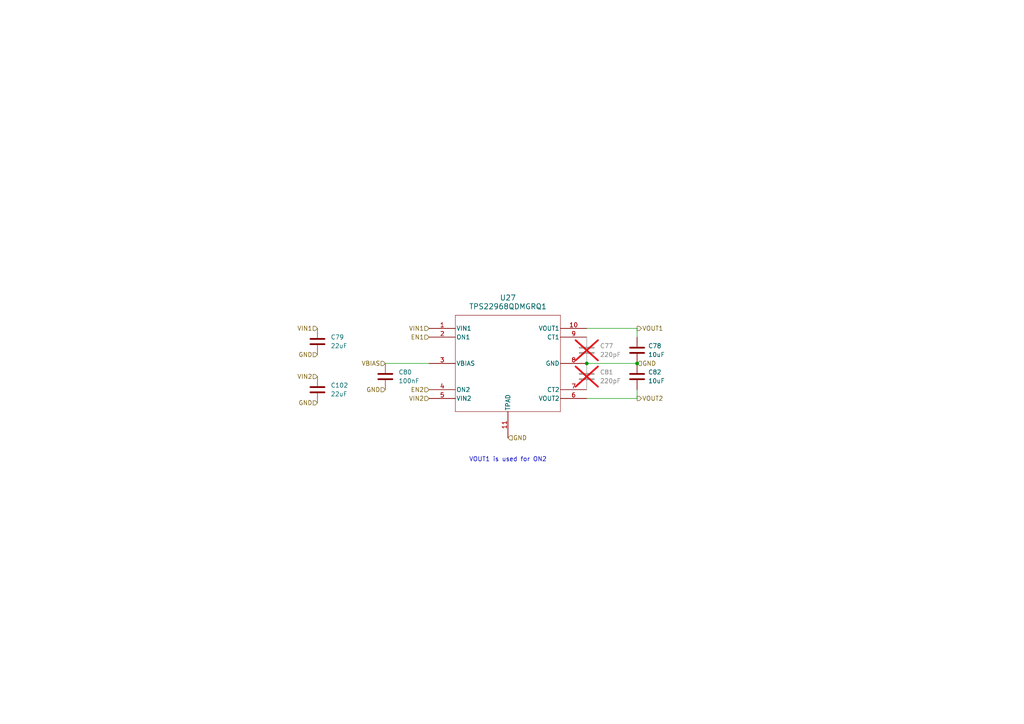
<source format=kicad_sch>
(kicad_sch (version 20250114) (generator "eeschema") (generator_version "9.0")
  (paper "A4")
  (lib_symbols
    (symbol "Common:TPS22968QDMGRQ1" (pin_names (offset 0.254))
      (property "Reference" "U" (at 15.24 33.02 0))
      (property "Value" "TPS22968QDMGRQ1" (at 15.24 30.48 0))
      (symbol "TPS22968QDMGRQ1_0_1"
        (polyline (pts (xy 0 27.94) (xy 0 0)) (stroke (width 0.127)))
        (polyline (pts (xy 0 0) (xy 30.48 0)) (stroke (width 0.127)))
        (polyline (pts (xy 30.48 27.94) (xy 0 27.94)) (stroke (width 0.127)))
        (polyline (pts (xy 30.48 0) (xy 30.48 27.94)) (stroke (width 0.127)))
      )
      (symbol "TPS22968QDMGRQ1_1_1"
        (pin power_in line (at -7.62 24.13 0) (length 7.62) (name "VIN1") (number "1"))
        (pin input line (at -7.62 21.59 0) (length 7.62) (name "ON1") (number "2"))
        (pin power_in line (at -7.62 13.97 0) (length 7.62) (name "VBIAS") (number "3"))
        (pin input line (at -7.62 6.35 0) (length 7.62) (name "ON2") (number "4"))
        (pin power_in line (at -7.62 3.81 0) (length 7.62) (name "VIN2") (number "5"))
        (pin power_in line (at 15.24 -7.62 90) (length 7.62) (name "TPAD") (number "11"))
        (pin power_out line (at 38.1 24.13 180) (length 7.62) (name "VOUT1") (number "10"))
        (pin output line (at 38.1 21.59 180) (length 7.62) (name "CT1") (number "9"))
        (pin power_in line (at 38.1 13.97 180) (length 7.62) (name "GND") (number "8"))
        (pin output line (at 38.1 6.35 180) (length 7.62) (name "CT2") (number "7"))
        (pin power_out line (at 38.1 3.81 180) (length 7.62) (name "VOUT2") (number "6"))
      )
    )
    (symbol "Device:C" (pin_numbers (hide yes)) (pin_names (offset 0.254))
      (property "Reference" "C" (at 0.635 2.54 0))
      (property "Value" "C" (at 0.635 -2.54 0))
      (symbol "C_0_1"
        (polyline (pts (xy -2.032 0.762) (xy 2.032 0.762)) (stroke (width 0.508)))
        (polyline (pts (xy -2.032 -0.762) (xy 2.032 -0.762)) (stroke (width 0.508)))
      )
      (symbol "C_1_1"
        (pin passive line (at 0 3.81 270) (length 2.794) (name "~") (number "1"))
        (pin passive line (at 0 -3.81 90) (length 2.794) (name "~") (number "2"))
      )
    )
  )
  (text "VOUT1 is used for ON2" (at 147.32 133.35 0) (effects (font (size 1.27 1.27))))
  (junction (at 184.785 105.41))
  (junction (at 170.18 105.41))
  (wire (pts (xy 170.18 95.25) (xy 184.785 95.25)))
  (wire (pts (xy 170.18 115.57) (xy 184.785 115.57)))
  (wire (pts (xy 184.785 115.57) (xy 184.785 113.03)))
  (wire (pts (xy 111.76 105.41) (xy 124.46 105.41)))
  (wire (pts (xy 170.18 105.41) (xy 184.785 105.41)))
  (wire (pts (xy 184.785 95.25) (xy 184.785 97.79)))
  (hierarchical_label "EN1" (shape input) (at 124.46 97.79 180))
  (hierarchical_label "EN2" (shape input) (at 124.46 113.03 180))
  (hierarchical_label "GND" (shape input) (at 111.76 113.03 180))
  (hierarchical_label "GND" (shape input) (at 92.075 102.87 180))
  (hierarchical_label "VIN2" (shape input) (at 92.075 109.22 180))
  (hierarchical_label "GND" (shape input) (at 147.32 127 0))
  (hierarchical_label "GND" (shape input) (at 184.785 105.41 0))
  (hierarchical_label "VOUT2" (shape output) (at 184.785 115.57 0))
  (hierarchical_label "VOUT1" (shape output) (at 184.785 95.25 0))
  (hierarchical_label "VBIAS" (shape input) (at 111.76 105.41 180))
  (hierarchical_label "VIN2" (shape input) (at 124.46 115.57 180))
  (hierarchical_label "VIN1" (shape input) (at 92.075 95.25 180))
  (hierarchical_label "VIN1" (shape input) (at 124.46 95.25 180))
  (hierarchical_label "GND" (shape input) (at 92.075 116.84 180))
  (symbol (lib_id "Device:C") (at 92.075 99.06 0) (unit 1)
    (property "Reference" "C98" (at 95.885 97.7899 0) (effects (justify left)))
    (property "Value" "22uF" (at 95.885 100.3299 0) (effects (justify left)))
    (property "Footprint" "Capacitor_SMD:C_0603_1608Metric_Pad1.08x0.95mm_HandSolder" (effects (hide yes)))
    (property "Datasheet" "https://search.murata.co.jp/Ceramy/image/img/A01X/G101/ENG/GRM188R61E106KA73-01.pdf" (effects (hide yes)))
    (property "Description" "Unpolarized capacitor" (effects (hide yes)))
    (property "Tolerance" "10" (effects (hide yes)))
    (property "Voltage" "25" (effects (hide yes)))
    (property "Temperture Coefficient" "X5R" (effects (hide yes)))
    (property "Manufacturer" "Murata" (effects (hide yes)))
    (property "Part Number" "GRM188R61E106KA73D" (effects (hide yes)))
    (instances (project "EPS" (path "" (reference "C79") (unit 1)) (path "" (reference "C85") (unit 1)) (path "" (reference "C91") (unit 1)) (path "" (reference "C97") (unit 1)) (path "" (reference "C109") (unit 1)) (path "" (reference "C3") (unit 1)) (path "" (reference "C9") (unit 1)) (path "" (reference "C103") (unit 1))) (project "sci_board" (path "" (reference "C98") (unit 1))) (project "AVIONICS_BOARD" (path "" (reference "C57") (unit 1)) (path "" (reference "C66") (unit 1)) (path "" (reference "C72") (unit 1)) (path "" (reference "C78") (unit 1))))
  )
  (symbol (lib_id "Common:TPS22968QDMGRQ1") (at 132.08 119.38 0) (unit 1)
    (property "Reference" "U28" (at 147.32 86.36 0) (effects (font (size 1.524 1.524))))
    (property "Value" "TPS22968QDMGRQ1" (at 147.32 88.9 0) (effects (font (size 1.524 1.524))))
    (property "Footprint" "Package_SON:WSON-10-1EP_2x3mm_P0.5mm_EP0.84x2.4mm" (effects (hide yes)))
    (property "Datasheet" "https://www.ti.com/lit/ds/symlink/tps22968-q1.pdf?HQS=dis-dk-null-digikeymode-dsf-pf-null-wwe&ts=1746990618053&ref_url=https%253A%252F%252Fwww.ti.com%252Fgeneral%252Fdocs%252Fsuppproductinfo.tsp%253FdistId%253D10%2526gotoUrl%253Dhttps%253A%252F%252Fwww.ti.com%252Flit%252Fgpn%252Ftps22968-q1" (effects (hide yes)))
    (property "Manufacturer" "TI" (effects (hide yes)))
    (property "Part Number" "TPS22968QDMGRQ1" (effects (hide yes)))
    (instances (project "EPS" (path "" (reference "U27") (unit 1)) (path "" (reference "U28") (unit 1)) (path "" (reference "U29") (unit 1)) (path "" (reference "U30") (unit 1)) (path "" (reference "U32") (unit 1)) (path "" (reference "U1") (unit 1)) (path "" (reference "U2") (unit 1)) (path "" (reference "U31") (unit 1))) (project "sci_board" (path "" (reference "U28") (unit 1))) (project "AVIONICS_BOARD" (path "" (reference "U15") (unit 1)) (path "" (reference "U18") (unit 1)) (path "" (reference "U19") (unit 1)) (path "" (reference "U20") (unit 1))))
  )
  (symbol (lib_id "Device:C") (at 170.18 101.6 0) (unit 1) (dnp yes)
    (property "Reference" "C96" (at 173.99 100.3299 0) (effects (justify left)))
    (property "Value" "220pF" (at 173.99 102.8699 0) (effects (justify left)))
    (property "Footprint" "Capacitor_SMD:C_0402_1005Metric_Pad0.74x0.62mm_HandSolder" (effects (hide yes)))
    (property "Datasheet" "https://search.murata.co.jp/Ceramy/image/img/A01X/G101/ENG/GRT1555C1H221FA02-01.pdf" (effects (hide yes)))
    (property "Description" "Unpolarized capacitor" (effects (hide yes)))
    (property "Temperture Coefficient" "C0G/NP0" (effects (hide yes)))
    (property "Tolerance" "1" (effects (hide yes)))
    (property "Voltage" "50" (effects (hide yes)))
    (property "Manufacturer" "Murata" (effects (hide yes)))
    (instances (project "EPS" (path "" (reference "C77") (unit 1)) (path "" (reference "C83") (unit 1)) (path "" (reference "C89") (unit 1)) (path "" (reference "C95") (unit 1)) (path "" (reference "C107") (unit 1)) (path "" (reference "C1") (unit 1)) (path "" (reference "C7") (unit 1)) (path "" (reference "C101") (unit 1))) (project "sci_board" (path "" (reference "C96") (unit 1))) (project "AVIONICS_BOARD" (path "" (reference "C55") (unit 1)) (path "" (reference "C64") (unit 1)) (path "" (reference "C70") (unit 1)) (path "" (reference "C76") (unit 1))))
  )
  (symbol (lib_id "Device:C") (at 184.785 109.22 0) (unit 1)
    (property "Reference" "C101" (at 187.96 107.9499 0) (effects (justify left)))
    (property "Value" "10uF" (at 187.96 110.4899 0) (effects (justify left)))
    (property "Footprint" "Capacitor_SMD:C_0603_1608Metric_Pad1.08x0.95mm_HandSolder" (effects (hide yes)))
    (property "Datasheet" "https://search.murata.co.jp/Ceramy/image/img/A01X/G101/ENG/GRM188R61E106KA73-01.pdf" (effects (hide yes)))
    (property "Description" "Unpolarized capacitor" (effects (hide yes)))
    (property "Tolerance" "10" (effects (hide yes)))
    (property "Voltage" "25" (effects (hide yes)))
    (property "Temperture Coefficient" "X5R" (effects (hide yes)))
    (property "Manufacturer" "Murata" (effects (hide yes)))
    (property "Part Number" "GRM188R61E106KA73D" (effects (hide yes)))
    (instances (project "EPS" (path "" (reference "C82") (unit 1)) (path "" (reference "C88") (unit 1)) (path "" (reference "C94") (unit 1)) (path "" (reference "C100") (unit 1)) (path "" (reference "C112") (unit 1)) (path "" (reference "C6") (unit 1)) (path "" (reference "C12") (unit 1)) (path "" (reference "C106") (unit 1))) (project "sci_board" (path "" (reference "C101") (unit 1))) (project "AVIONICS_BOARD" (path "" (reference "C60") (unit 1)) (path "" (reference "C69") (unit 1)) (path "" (reference "C75") (unit 1)) (path "" (reference "C81") (unit 1))))
  )
  (symbol (lib_id "Device:C") (at 111.76 109.22 0) (unit 1)
    (property "Reference" "C99" (at 115.57 107.9499 0) (effects (justify left)))
    (property "Value" "100nF" (at 115.57 110.4899 0) (effects (justify left)))
    (property "Footprint" "Capacitor_SMD:C_0402_1005Metric_Pad0.74x0.62mm_HandSolder" (effects (hide yes)))
    (property "Datasheet" "https://search.murata.co.jp/Ceramy/image/img/A01X/G101/ENG/GRM155R61E104KA87-01.pdf" (effects (hide yes)))
    (property "Description" "Unpolarized capacitor" (effects (hide yes)))
    (property "Temperture Coefficient" "X5R" (effects (hide yes)))
    (property "Tolerance" "10" (effects (hide yes)))
    (property "Voltage" "25" (effects (hide yes)))
    (property "Manufacturer" "Murata" (effects (hide yes)))
    (property "Part Number" "GRM155R61E104KA87D" (effects (hide yes)))
    (instances (project "EPS" (path "" (reference "C80") (unit 1)) (path "" (reference "C86") (unit 1)) (path "" (reference "C92") (unit 1)) (path "" (reference "C98") (unit 1)) (path "" (reference "C110") (unit 1)) (path "" (reference "C4") (unit 1)) (path "" (reference "C10") (unit 1)) (path "" (reference "C104") (unit 1))) (project "sci_board" (path "" (reference "C99") (unit 1))) (project "AVIONICS_BOARD" (path "" (reference "C58") (unit 1)) (path "" (reference "C67") (unit 1)) (path "" (reference "C73") (unit 1)) (path "" (reference "C79") (unit 1))))
  )
  (symbol (lib_id "Device:C") (at 170.18 109.22 0) (unit 1) (dnp yes)
    (property "Reference" "C100" (at 173.99 107.9499 0) (effects (justify left)))
    (property "Value" "220pF" (at 173.99 110.4899 0) (effects (justify left)))
    (property "Footprint" "Capacitor_SMD:C_0402_1005Metric_Pad0.74x0.62mm_HandSolder" (effects (hide yes)))
    (property "Datasheet" "https://search.murata.co.jp/Ceramy/image/img/A01X/G101/ENG/GRT1555C1H221FA02-01.pdf" (effects (hide yes)))
    (property "Description" "Unpolarized capacitor" (effects (hide yes)))
    (property "Temperture Coefficient" "C0G/NP0" (effects (hide yes)))
    (property "Tolerance" "1" (effects (hide yes)))
    (property "Voltage" "50" (effects (hide yes)))
    (property "Manufacturer" "Murata" (effects (hide yes)))
    (instances (project "EPS" (path "" (reference "C81") (unit 1)) (path "" (reference "C87") (unit 1)) (path "" (reference "C93") (unit 1)) (path "" (reference "C99") (unit 1)) (path "" (reference "C111") (unit 1)) (path "" (reference "C5") (unit 1)) (path "" (reference "C11") (unit 1)) (path "" (reference "C105") (unit 1))) (project "sci_board" (path "" (reference "C100") (unit 1))) (project "AVIONICS_BOARD" (path "" (reference "C59") (unit 1)) (path "" (reference "C68") (unit 1)) (path "" (reference "C74") (unit 1)) (path "" (reference "C80") (unit 1))))
  )
  (symbol (lib_id "Device:C") (at 92.075 113.03 0) (unit 1)
    (property "Reference" "C102" (at 95.885 111.7599 0) (effects (justify left)))
    (property "Value" "22uF" (at 95.885 114.2999 0) (effects (justify left)))
    (property "Footprint" "Capacitor_SMD:C_0603_1608Metric_Pad1.08x0.95mm_HandSolder" (effects (hide yes)))
    (property "Datasheet" "https://search.murata.co.jp/Ceramy/image/img/A01X/G101/ENG/GRM188R61E106KA73-01.pdf" (effects (hide yes)))
    (property "Description" "Unpolarized capacitor" (effects (hide yes)))
    (property "Tolerance" "10" (effects (hide yes)))
    (property "Voltage" "25" (effects (hide yes)))
    (property "Temperture Coefficient" "X5R" (effects (hide yes)))
    (property "Manufacturer" "Murata" (effects (hide yes)))
    (property "Part Number" "GRM188R61E106KA73D" (effects (hide yes)))
  )
  (symbol (lib_id "Device:C") (at 184.785 101.6 0) (unit 1)
    (property "Reference" "C97" (at 187.96 100.3299 0) (effects (justify left)))
    (property "Value" "10uF" (at 187.96 102.8699 0) (effects (justify left)))
    (property "Footprint" "Capacitor_SMD:C_0603_1608Metric_Pad1.08x0.95mm_HandSolder" (effects (hide yes)))
    (property "Datasheet" "https://search.murata.co.jp/Ceramy/image/img/A01X/G101/ENG/GRM188R61E106KA73-01.pdf" (effects (hide yes)))
    (property "Description" "Unpolarized capacitor" (effects (hide yes)))
    (property "Tolerance" "10" (effects (hide yes)))
    (property "Voltage" "25" (effects (hide yes)))
    (property "Temperture Coefficient" "X5R" (effects (hide yes)))
    (property "Manufacturer" "Murata" (effects (hide yes)))
    (property "Part Number" "GRM188R61E106KA73D" (effects (hide yes)))
    (instances (project "EPS" (path "" (reference "C78") (unit 1)) (path "" (reference "C84") (unit 1)) (path "" (reference "C90") (unit 1)) (path "" (reference "C96") (unit 1)) (path "" (reference "C108") (unit 1)) (path "" (reference "C2") (unit 1)) (path "" (reference "C8") (unit 1)) (path "" (reference "C102") (unit 1))) (project "sci_board" (path "" (reference "C97") (unit 1))) (project "AVIONICS_BOARD" (path "" (reference "C56") (unit 1)) (path "" (reference "C65") (unit 1)) (path "" (reference "C71") (unit 1)) (path "" (reference "C77") (unit 1))))
  )
)
</source>
